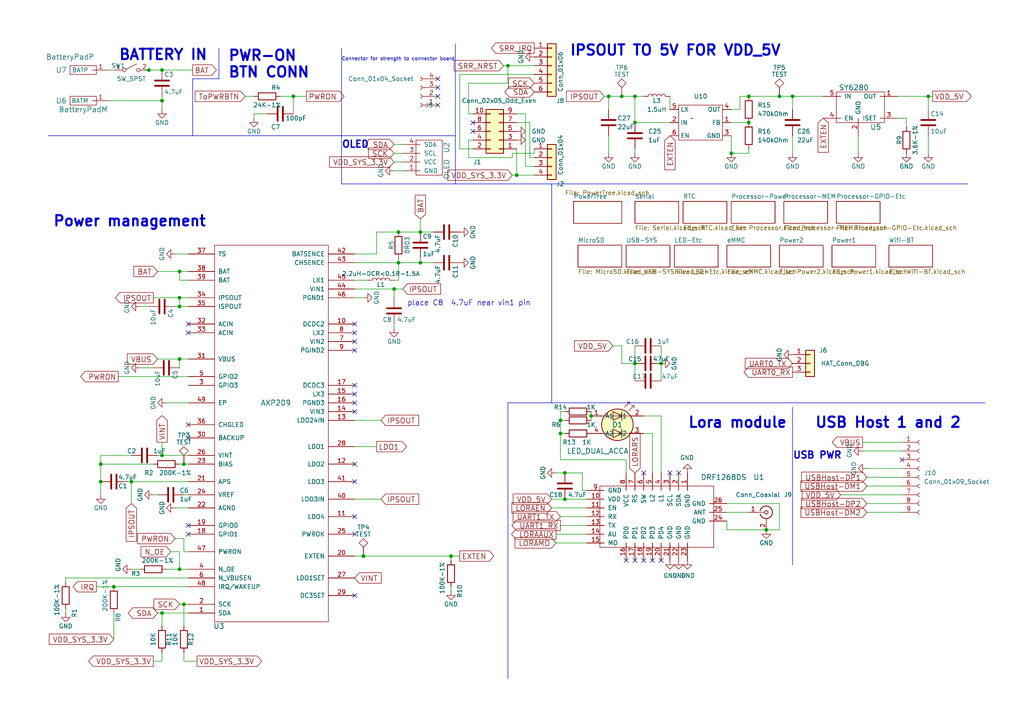
<source format=kicad_sch>
(kicad_sch (version 20230121) (generator eeschema)
  (paper "A4")
  (title_block (title "WiRoc NanoPI Hat") (date "2018-03-31") (rev "1") (company "Henrik Larsson"))
  (junction (at 163.83 137.16))
  (junction (at 85.09 27.94))
  (junction (at 162.56 121.92))
  (junction (at 52.07 86.36))
  (junction (at 46.99 177.8))
  (junction (at 226.06 27.94))
  (junction (at 52.07 78.74))
  (junction (at 222.25 153.67))
  (junction (at 29.21 134.62))
  (junction (at 33.02 170.18))
  (junction (at 52.07 104.14))
  (junction (at 269.24 27.94))
  (junction (at 105.41 161.29))
  (junction (at 38.1 139.7))
  (junction (at 115.57 67.31))
  (junction (at 46.99 29.21))
  (junction (at 180.34 27.94))
  (junction (at 176.53 27.94))
  (junction (at 121.92 67.31))
  (junction (at 53.34 175.26))
  (junction (at 217.17 35.56))
  (junction (at 46.99 20.32))
  (junction (at 184.15 27.94))
  (junction (at 191.77 105.41))
  (junction (at 184.15 35.56))
  (junction (at 149.86 50.8))
  (junction (at 162.56 125.73))
  (junction (at 121.92 76.2))
  (junction (at 217.17 27.94))
  (junction (at 46.99 132.08))
  (junction (at 29.21 139.7))
  (junction (at 163.83 144.78))
  (junction (at 212.09 44.45))
  (junction (at 52.07 88.9))
  (junction (at 229.87 27.94))
  (junction (at 43.18 20.32))
  (junction (at 171.45 120.65))
  (junction (at 52.07 165.1))
  (junction (at 114.3 83.82))
  (junction (at 130.81 161.29))
  (junction (at 115.57 76.2))
  (junction (at 147.32 19.05))
  (junction (at 53.34 134.62))
  (junction (at 184.15 105.41))
  (no_connect (at 102.87 116.84))
  (no_connect (at 102.87 119.38))
  (no_connect (at 54.61 154.94))
  (no_connect (at 102.87 114.3))
  (no_connect (at 186.69 162.56))
  (no_connect (at 102.87 172.72))
  (no_connect (at 127 25.4))
  (no_connect (at 54.61 127))
  (no_connect (at 191.77 162.56))
  (no_connect (at 181.61 162.56))
  (no_connect (at 102.87 134.62))
  (no_connect (at 54.61 123.19))
  (no_connect (at 54.61 96.52))
  (no_connect (at 127 30.48))
  (no_connect (at 54.61 152.4))
  (no_connect (at 261.62 133.35))
  (no_connect (at 102.87 93.98))
  (no_connect (at 102.87 111.76))
  (no_connect (at 196.85 137.16))
  (no_connect (at 54.61 93.98))
  (no_connect (at 102.87 149.86))
  (no_connect (at 102.87 101.6))
  (no_connect (at 102.87 96.52))
  (no_connect (at 127 27.94))
  (no_connect (at 102.87 99.06))
  (no_connect (at 186.69 137.16))
  (no_connect (at 184.15 162.56))
  (no_connect (at 189.23 162.56))
  (no_connect (at 137.16 35.56))
  (no_connect (at 127 22.86))
  (no_connect (at 102.87 154.94))
  (no_connect (at 102.87 139.7))
  (no_connect (at 137.16 38.1))
  (no_connect (at 194.31 137.16))
  (wire (pts (xy 168.91 137.16) (xy 163.83 137.16)))
  (polyline (pts (xy 55.88 39.37) (xy 55.88 22.86)))
  (wire (pts (xy 29.21 139.7) (xy 29.21 143.51)))
  (wire (pts (xy 149.86 43.18) (xy 149.86 50.8)))
  (wire (pts (xy 52.07 175.26) (xy 53.34 175.26)))
  (wire (pts (xy 115.57 67.31) (xy 121.92 67.31)))
  (wire (pts (xy 191.77 120.65) (xy 186.69 120.65)))
  (wire (pts (xy 36.83 139.7) (xy 38.1 139.7)))
  (wire (pts (xy 115.57 76.2) (xy 115.57 81.28)))
  (wire (pts (xy 53.34 191.77) (xy 57.15 191.77)))
  (wire (pts (xy 184.15 27.94) (xy 186.69 27.94)))
  (polyline (pts (xy 147.32 196.85) (xy 147.32 116.84)))
  (wire (pts (xy 210.82 153.67) (xy 210.82 151.13)))
  (wire (pts (xy 250.19 130.81) (xy 261.62 130.81)))
  (wire (pts (xy 54.61 81.28) (xy 52.07 81.28)))
  (wire (pts (xy 269.24 31.75) (xy 269.24 27.94)))
  (wire (pts (xy 250.19 128.27) (xy 261.62 128.27)))
  (wire (pts (xy 46.99 181.61) (xy 46.99 177.8)))
  (wire (pts (xy 217.17 44.45) (xy 212.09 44.45)))
  (wire (pts (xy 194.31 35.56) (xy 184.15 35.56)))
  (wire (pts (xy 214.63 31.75) (xy 212.09 31.75)))
  (wire (pts (xy 41.91 20.32) (xy 43.18 20.32)))
  (wire (pts (xy 121.92 76.2) (xy 121.92 74.93)))
  (wire (pts (xy 50.8 147.32) (xy 54.61 147.32)))
  (wire (pts (xy 121.92 76.2) (xy 125.73 76.2)))
  (wire (pts (xy 148.59 44.45) (xy 154.94 44.45)))
  (wire (pts (xy 184.15 110.49) (xy 184.15 105.41)))
  (wire (pts (xy 212.09 35.56) (xy 217.17 35.56)))
  (wire (pts (xy 171.45 119.38) (xy 171.45 120.65)))
  (wire (pts (xy 46.99 27.94) (xy 46.99 29.21)))
  (wire (pts (xy 27.94 170.18) (xy 33.02 170.18)))
  (wire (pts (xy 162.56 149.86) (xy 170.18 149.86)))
  (wire (pts (xy 130.81 161.29) (xy 133.35 161.29)))
  (wire (pts (xy 137.16 33.02) (xy 135.89 33.02)))
  (polyline (pts (xy 147.32 116.84) (xy 285.75 116.84)))
  (wire (pts (xy 38.1 132.08) (xy 29.21 132.08)))
  (wire (pts (xy 177.8 100.33) (xy 180.34 100.33)))
  (wire (pts (xy 53.34 156.21) (xy 53.34 160.02)))
  (wire (pts (xy 54.61 143.51) (xy 53.34 143.51)))
  (wire (pts (xy 114.3 46.99) (xy 116.84 46.99)))
  (wire (pts (xy 105.41 86.36) (xy 102.87 86.36)))
  (wire (pts (xy 251.46 148.59) (xy 261.62 148.59)))
  (wire (pts (xy 176.53 39.37) (xy 176.53 44.45)))
  (wire (pts (xy 261.62 143.51) (xy 243.84 143.51)))
  (wire (pts (xy 45.72 132.08) (xy 46.99 132.08)))
  (polyline (pts (xy 63.5 22.86) (xy 63.5 13.97)))
  (wire (pts (xy 53.34 156.21) (xy 50.8 156.21)))
  (wire (pts (xy 248.92 39.37) (xy 248.92 44.45)))
  (wire (pts (xy 170.18 157.48) (xy 161.29 157.48)))
  (polyline (pts (xy 160.02 53.34) (xy 160.02 116.84)))
  (wire (pts (xy 130.81 170.18) (xy 130.81 171.45)))
  (wire (pts (xy 33.02 177.8) (xy 33.02 185.42)))
  (wire (pts (xy 162.56 125.73) (xy 162.56 133.35)))
  (wire (pts (xy 33.02 170.18) (xy 54.61 170.18)))
  (wire (pts (xy 114.3 41.91) (xy 116.84 41.91)))
  (polyline (pts (xy 160.02 53.34) (xy 280.67 53.34)))
  (wire (pts (xy 38.1 146.05) (xy 38.1 139.7)))
  (polyline (pts (xy 229.87 118.11) (xy 229.87 163.83)))
  (wire (pts (xy 52.07 81.28) (xy 52.07 78.74)))
  (wire (pts (xy 163.83 125.73) (xy 162.56 125.73)))
  (wire (pts (xy 170.18 142.24) (xy 168.91 142.24)))
  (wire (pts (xy 46.99 128.27) (xy 46.99 132.08)))
  (wire (pts (xy 54.61 165.1) (xy 52.07 165.1)))
  (wire (pts (xy 115.57 81.28) (xy 114.3 81.28)))
  (wire (pts (xy 212.09 39.37) (xy 212.09 44.45)))
  (wire (pts (xy 189.23 137.16) (xy 189.23 125.73)))
  (wire (pts (xy 46.99 132.08) (xy 54.61 132.08)))
  (wire (pts (xy 102.87 129.54) (xy 109.22 129.54)))
  (wire (pts (xy 73.66 33.02) (xy 73.66 34.29)))
  (wire (pts (xy 191.77 100.33) (xy 191.77 105.41)))
  (wire (pts (xy 130.81 162.56) (xy 130.81 161.29)))
  (wire (pts (xy 226.06 27.94) (xy 229.87 27.94)))
  (wire (pts (xy 191.77 137.16) (xy 191.77 120.65)))
  (wire (pts (xy 181.61 133.35) (xy 181.61 137.16)))
  (wire (pts (xy 191.77 110.49) (xy 191.77 105.41)))
  (polyline (pts (xy 13.97 39.37) (xy 132.08 39.37)))
  (polyline (pts (xy 99.06 13.97) (xy 99.06 53.34)))
  (wire (pts (xy 49.53 160.02) (xy 52.07 160.02)))
  (wire (pts (xy 121.92 67.31) (xy 125.73 67.31)))
  (wire (pts (xy 269.24 27.94) (xy 270.51 27.94)))
  (wire (pts (xy 38.1 165.1) (xy 40.64 165.1)))
  (wire (pts (xy 102.87 161.29) (xy 105.41 161.29)))
  (wire (pts (xy 109.22 67.31) (xy 115.57 67.31)))
  (wire (pts (xy 222.25 153.67) (xy 226.06 153.67)))
  (wire (pts (xy 44.45 143.51) (xy 45.72 143.51)))
  (wire (pts (xy 180.34 27.94) (xy 176.53 27.94)))
  (wire (pts (xy 52.07 104.14) (xy 54.61 104.14)))
  (wire (pts (xy 53.34 189.23) (xy 53.34 191.77)))
  (wire (pts (xy 160.02 144.78) (xy 163.83 144.78)))
  (wire (pts (xy 46.99 29.21) (xy 46.99 31.75)))
  (wire (pts (xy 46.99 177.8) (xy 45.72 177.8)))
  (wire (pts (xy 52.07 78.74) (xy 54.61 78.74)))
  (polyline (pts (xy 99.06 53.34) (xy 160.02 53.34)))
  (wire (pts (xy 19.05 168.91) (xy 19.05 167.64)))
  (wire (pts (xy 40.64 88.9) (xy 43.18 88.9)))
  (wire (pts (xy 148.59 50.8) (xy 149.86 50.8)))
  (wire (pts (xy 73.66 33.02) (xy 77.47 33.02)))
  (wire (pts (xy 153.67 35.56) (xy 153.67 45.72)))
  (wire (pts (xy 226.06 146.05) (xy 226.06 153.67)))
  (wire (pts (xy 102.87 73.66) (xy 109.22 73.66)))
  (wire (pts (xy 135.89 24.13) (xy 147.32 24.13)))
  (wire (pts (xy 38.1 139.7) (xy 54.61 139.7)))
  (wire (pts (xy 194.31 31.75) (xy 194.31 27.94)))
  (wire (pts (xy 184.15 43.18) (xy 184.15 44.45)))
  (wire (pts (xy 133.35 21.59) (xy 154.94 21.59)))
  (wire (pts (xy 102.87 76.2) (xy 115.57 76.2)))
  (wire (pts (xy 163.83 144.78) (xy 170.18 144.78)))
  (wire (pts (xy 148.59 44.45) (xy 148.59 45.72)))
  (wire (pts (xy 214.63 27.94) (xy 217.17 27.94)))
  (wire (pts (xy 52.07 86.36) (xy 54.61 86.36)))
  (wire (pts (xy 162.56 133.35) (xy 181.61 133.35)))
  (wire (pts (xy 210.82 153.67) (xy 222.25 153.67)))
  (wire (pts (xy 135.89 40.64) (xy 135.89 45.72)))
  (wire (pts (xy 180.34 100.33) (xy 180.34 105.41)))
  (wire (pts (xy 31.75 29.21) (xy 46.99 29.21)))
  (wire (pts (xy 114.3 44.45) (xy 116.84 44.45)))
  (wire (pts (xy 31.75 20.32) (xy 33.02 20.32)))
  (wire (pts (xy 45.72 78.74) (xy 52.07 78.74)))
  (wire (pts (xy 44.45 134.62) (xy 29.21 134.62)))
  (wire (pts (xy 262.89 34.29) (xy 260.35 34.29)))
  (wire (pts (xy 269.24 44.45) (xy 269.24 39.37)))
  (polyline (pts (xy 132.08 12.7) (xy 132.08 53.34)))
  (wire (pts (xy 52.07 88.9) (xy 52.07 86.36)))
  (wire (pts (xy 53.34 175.26) (xy 53.34 181.61)))
  (wire (pts (xy 133.35 43.18) (xy 133.35 21.59)))
  (wire (pts (xy 184.15 27.94) (xy 184.15 35.56)))
  (wire (pts (xy 71.12 27.94) (xy 73.66 27.94)))
  (wire (pts (xy 210.82 146.05) (xy 226.06 146.05)))
  (wire (pts (xy 184.15 100.33) (xy 184.15 105.41)))
  (wire (pts (xy 260.35 27.94) (xy 269.24 27.94)))
  (wire (pts (xy 102.87 121.92) (xy 110.49 121.92)))
  (wire (pts (xy 217.17 43.18) (xy 217.17 44.45)))
  (wire (pts (xy 147.32 19.05) (xy 147.32 24.13)))
  (wire (pts (xy 149.86 33.02) (xy 152.4 33.02)))
  (wire (pts (xy 19.05 167.64) (xy 54.61 167.64)))
  (wire (pts (xy 162.56 152.4) (xy 170.18 152.4)))
  (wire (pts (xy 34.29 109.22) (xy 54.61 109.22)))
  (wire (pts (xy 163.83 121.92) (xy 162.56 121.92)))
  (wire (pts (xy 46.99 191.77) (xy 44.45 191.77)))
  (wire (pts (xy 154.94 45.72) (xy 153.67 45.72)))
  (wire (pts (xy 137.16 43.18) (xy 133.35 43.18)))
  (wire (pts (xy 210.82 148.59) (xy 217.17 148.59)))
  (wire (pts (xy 29.21 132.08) (xy 29.21 134.62)))
  (wire (pts (xy 162.56 119.38) (xy 162.56 121.92)))
  (wire (pts (xy 149.86 50.8) (xy 154.94 50.8)))
  (wire (pts (xy 146.05 19.05) (xy 147.32 19.05)))
  (wire (pts (xy 184.15 27.94) (xy 180.34 27.94)))
  (wire (pts (xy 102.87 81.28) (xy 106.68 81.28)))
  (wire (pts (xy 114.3 86.36) (xy 114.3 83.82)))
  (wire (pts (xy 114.3 83.82) (xy 116.84 83.82)))
  (wire (pts (xy 251.46 135.89) (xy 261.62 135.89)))
  (wire (pts (xy 85.09 33.02) (xy 85.09 27.94)))
  (wire (pts (xy 261.62 138.43) (xy 251.46 138.43)))
  (wire (pts (xy 45.72 104.14) (xy 52.07 104.14)))
  (wire (pts (xy 149.86 35.56) (xy 153.67 35.56)))
  (wire (pts (xy 102.87 83.82) (xy 114.3 83.82)))
  (wire (pts (xy 229.87 27.94) (xy 238.76 27.94)))
  (wire (pts (xy 226.06 27.94) (xy 217.17 27.94)))
  (wire (pts (xy 50.8 88.9) (xy 52.07 88.9)))
  (wire (pts (xy 161.29 137.16) (xy 163.83 137.16)))
  (wire (pts (xy 40.64 106.68) (xy 44.45 106.68)))
  (wire (pts (xy 229.87 31.75) (xy 229.87 27.94)))
  (wire (pts (xy 54.61 116.84) (xy 48.26 116.84)))
  (wire (pts (xy 53.34 175.26) (xy 54.61 175.26)))
  (wire (pts (xy 114.3 49.53) (xy 116.84 49.53)))
  (wire (pts (xy 53.34 134.62) (xy 54.61 134.62)))
  (wire (pts (xy 171.45 121.92) (xy 171.45 120.65)))
  (wire (pts (xy 170.18 154.94) (xy 161.29 154.94)))
  (wire (pts (xy 115.57 76.2) (xy 121.92 76.2)))
  (wire (pts (xy 102.87 144.78) (xy 110.49 144.78)))
  (wire (pts (xy 115.57 74.93) (xy 115.57 76.2)))
  (wire (pts (xy 85.09 27.94) (xy 88.9 27.94)))
  (wire (pts (xy 52.07 134.62) (xy 53.34 134.62)))
  (wire (pts (xy 163.83 119.38) (xy 162.56 119.38)))
  (wire (pts (xy 46.99 189.23) (xy 46.99 191.77)))
  (wire (pts (xy 176.53 27.94) (xy 176.53 31.75)))
  (wire (pts (xy 52.07 88.9) (xy 54.61 88.9)))
  (wire (pts (xy 44.45 86.36) (xy 52.07 86.36)))
  (wire (pts (xy 262.89 36.83) (xy 262.89 34.29)))
  (wire (pts (xy 152.4 48.26) (xy 154.94 48.26)))
  (wire (pts (xy 135.89 45.72) (xy 148.59 45.72)))
  (wire (pts (xy 180.34 105.41) (xy 184.15 105.41)))
  (wire (pts (xy 135.89 33.02) (xy 135.89 24.13)))
  (wire (pts (xy 137.16 40.64) (xy 135.89 40.64)))
  (wire (pts (xy 261.62 146.05) (xy 251.46 146.05)))
  (wire (pts (xy 121.92 67.31) (xy 121.92 63.5)))
  (wire (pts (xy 168.91 142.24) (xy 168.91 137.16)))
  (polyline (pts (xy 55.88 22.86) (xy 63.5 22.86)))
  (wire (pts (xy 147.32 19.05) (xy 154.94 19.05)))
  (wire (pts (xy 189.23 125.73) (xy 186.69 125.73)))
  (wire (pts (xy 162.56 121.92) (xy 162.56 125.73)))
  (wire (pts (xy 43.18 20.32) (xy 46.99 20.32)))
  (wire (pts (xy 229.87 39.37) (xy 229.87 44.45)))
  (wire (pts (xy 160.02 147.32) (xy 170.18 147.32)))
  (wire (pts (xy 52.07 106.68) (xy 52.07 104.14)))
  (wire (pts (xy 251.46 140.97) (xy 261.62 140.97)))
  (wire (pts (xy 81.28 27.94) (xy 85.09 27.94)))
  (wire (pts (xy 54.61 73.66) (xy 50.8 73.66)))
  (wire (pts (xy 105.41 161.29) (xy 130.81 161.29)))
  (wire (pts (xy 52.07 165.1) (xy 48.26 165.1)))
  (wire (pts (xy 46.99 20.32) (xy 55.88 20.32)))
  (wire (pts (xy 175.26 27.94) (xy 176.53 27.94)))
  (wire (pts (xy 29.21 134.62) (xy 29.21 139.7)))
  (wire (pts (xy 52.07 160.02) (xy 52.07 165.1)))
  (wire (pts (xy 154.94 43.18) (xy 154.94 44.45)))
  (wire (pts (xy 53.34 160.02) (xy 54.61 160.02)))
  (wire (pts (xy 19.05 177.8) (xy 19.05 176.53)))
  (wire (pts (xy 114.3 95.25) (xy 114.3 93.98)))
  (wire (pts (xy 152.4 33.02) (xy 152.4 48.26)))
  (wire (pts (xy 109.22 73.66) (xy 109.22 67.31)))
  (wire (pts (xy 214.63 31.75) (xy 214.63 27.94)))
  (wire (pts (xy 54.61 177.8) (xy 46.99 177.8)))
  (text "place C8  4.7uF near vin1 pin" (at 118.11 88.9 0) (effects (font (size 1.524 1.524)) (justify left bottom)))
  (text "USB PWR" (at 229.87 133.35 0) (effects (font (size 2.0066 2.0066) (thickness 0.4013) bold) (justify left bottom)))
  (text "Lora module" (at 199.39 124.46 0) (effects (font (size 2.9972 2.9972) (thickness 0.5994) bold) (justify left bottom)))
  (text "IPSOUT TO 5V FOR VDD_5V" (at 165.1 16.51 0) (effects (font (size 2.9972 2.9972) (thickness 0.5994) bold) (justify left bottom)))
  (text "PWR-ON\nBTN CONN" (at 66.04 22.86 0) (effects (font (size 2.9972 2.9972) (thickness 0.5994) bold) (justify left bottom)))
  (text "Power management" (at 15.24 66.04 0) (effects (font (size 2.9972 2.9972) (thickness 0.5994) bold) (justify left bottom)))
  (text "OLED" (at 99.06 43.18 0) (effects (font (size 2.0066 2.0066) (thickness 0.4013) bold) (justify left bottom)))
  (text "Connector for strength to connector board\n" (at 99.06 17.78 0) (effects (font (size 1 1)) (justify left bottom)))
  (text "USB Host 1 and 2" (at 236.22 124.46 0) (effects (font (size 2.9972 2.9972) (thickness 0.5994) bold) (justify left bottom)))
  (text "BATTERY IN" (at 34.29 17.78 0) (effects (font (size 2.9972 2.9972) (thickness 0.5994) bold) (justify left bottom)))
  (global_label "IPSOUT" (shape input) (at 116.84 83.82 0) (effects (font (size 1.524 1.524))) (property "Intersheetrefs" "${INTERSHEET_REFS}" (effects hide)))
  (global_label "VDD_5V" (shape input) (at 160.02 144.78 180) (effects (font (size 1.524 1.524))) (property "Intersheetrefs" "${INTERSHEET_REFS}" (effects hide)))
  (global_label "SRR_NRST" (shape input) (at 146.05 19.05 180) (effects (font (size 1.524 1.524))) (property "Intersheetrefs" "${INTERSHEET_REFS}" (effects hide)))
  (global_label "VINT" (shape output) (at 46.99 128.27 90) (effects (font (size 1.524 1.524))) (property "Intersheetrefs" "${INTERSHEET_REFS}" (effects hide)))
  (global_label "PWRON" (shape input) (at 50.8 156.21 180) (effects (font (size 1.524 1.524))) (property "Intersheetrefs" "${INTERSHEET_REFS}" (effects hide)))
  (global_label "LORARS" (shape input) (at 184.15 137.16 90) (effects (font (size 1.524 1.524))) (property "Intersheetrefs" "${INTERSHEET_REFS}" (effects hide)))
  (global_label "USBHost-DP2" (shape input) (at 251.46 146.05 180) (effects (font (size 1.524 1.524))) (property "Intersheetrefs" "${INTERSHEET_REFS}" (effects hide)))
  (global_label "IPSOUT" (shape input) (at 38.1 146.05 270) (effects (font (size 1.524 1.524))) (property "Intersheetrefs" "${INTERSHEET_REFS}" (effects hide)))
  (global_label "VDD_5V" (shape input) (at 243.84 143.51 180) (effects (font (size 1.524 1.524))) (property "Intersheetrefs" "${INTERSHEET_REFS}" (effects hide)))
  (global_label "LORAEN" (shape input) (at 160.02 147.32 180) (effects (font (size 1.524 1.524))) (property "Intersheetrefs" "${INTERSHEET_REFS}" (effects hide)))
  (global_label "SCK" (shape input) (at 52.07 175.26 180) (effects (font (size 1.524 1.524))) (property "Intersheetrefs" "${INTERSHEET_REFS}" (effects hide)))
  (global_label "IPSOUT" (shape input) (at 175.26 27.94 180) (effects (font (size 1.524 1.524))) (property "Intersheetrefs" "${INTERSHEET_REFS}" (effects hide)))
  (global_label "LDO1" (shape output) (at 109.22 129.54 0) (effects (font (size 1.524 1.524))) (property "Intersheetrefs" "${INTERSHEET_REFS}" (effects hide)))
  (global_label "LORAMO" (shape input) (at 161.29 157.48 180) (effects (font (size 1.524 1.524))) (property "Intersheetrefs" "${INTERSHEET_REFS}" (effects hide)))
  (global_label "VDD_5V" (shape output) (at 270.51 27.94 0) (effects (font (size 1.524 1.524))) (property "Intersheetrefs" "${INTERSHEET_REFS}" (effects hide)))
  (global_label "N_OE" (shape input) (at 49.53 160.02 180) (effects (font (size 1.524 1.524))) (property "Intersheetrefs" "${INTERSHEET_REFS}" (effects hide)))
  (global_label "SDA" (shape bidirectional) (at 114.3 41.91 180) (effects (font (size 1.524 1.524))) (property "Intersheetrefs" "${INTERSHEET_REFS}" (effects hide)))
  (global_label "VDD_SYS_3.3V" (shape input) (at 148.59 50.8 180) (effects (font (size 1.524 1.524))) (property "Intersheetrefs" "${INTERSHEET_REFS}" (effects hide)))
  (global_label "VDD_SYS_3.3V" (shape output) (at 44.45 191.77 180) (effects (font (size 1.524 1.524))) (property "Intersheetrefs" "${INTERSHEET_REFS}" (effects hide)))
  (global_label "IRQ" (shape output) (at 27.94 170.18 180) (effects (font (size 1.524 1.524))) (property "Intersheetrefs" "${INTERSHEET_REFS}" (effects hide)))
  (global_label "BAT" (shape input) (at 121.92 63.5 90) (effects (font (size 1.524 1.524))) (property "Intersheetrefs" "${INTERSHEET_REFS}" (effects hide)))
  (global_label "VDD_SYS_3.3V" (shape input) (at 33.02 185.42 180) (effects (font (size 1.524 1.524))) (property "Intersheetrefs" "${INTERSHEET_REFS}" (effects hide)))
  (global_label "IPSOUT" (shape input) (at 110.49 121.92 0) (effects (font (size 1.524 1.524))) (property "Intersheetrefs" "${INTERSHEET_REFS}" (effects hide)))
  (global_label "VDD_SYS_3.3V" (shape output) (at 57.15 191.77 0) (effects (font (size 1.524 1.524))) (property "Intersheetrefs" "${INTERSHEET_REFS}" (effects hide)))
  (global_label "USBHost-DP1" (shape input) (at 251.46 138.43 180) (effects (font (size 1.524 1.524))) (property "Intersheetrefs" "${INTERSHEET_REFS}" (effects hide)))
  (global_label "USBHost-DM2" (shape input) (at 251.46 148.59 180) (effects (font (size 1.524 1.524))) (property "Intersheetrefs" "${INTERSHEET_REFS}" (effects hide)))
  (global_label "VDD_SYS_3.3V" (shape input) (at 114.3 46.99 180) (effects (font (size 1.524 1.524))) (property "Intersheetrefs" "${INTERSHEET_REFS}" (effects hide)))
  (global_label "UART0_TX" (shape input) (at 229.87 105.41 180) (effects (font (size 1.524 1.524))) (property "Intersheetrefs" "${INTERSHEET_REFS}" (effects hide)))
  (global_label "BAT" (shape output) (at 55.88 20.32 0) (effects (font (size 1.524 1.524))) (property "Intersheetrefs" "${INTERSHEET_REFS}" (effects hide)))
  (global_label "PWRON" (shape output) (at 34.29 109.22 180) (effects (font (size 1.524 1.524))) (property "Intersheetrefs" "${INTERSHEET_REFS}" (effects hide)))
  (global_label "EXTEN" (shape input) (at 194.31 39.37 270) (effects (font (size 1.524 1.524))) (property "Intersheetrefs" "${INTERSHEET_REFS}" (effects hide)))
  (global_label "VBUS" (shape output) (at 250.19 128.27 180) (effects (font (size 1.524 1.524))) (property "Intersheetrefs" "${INTERSHEET_REFS}" (effects hide)))
  (global_label "UART0_RX" (shape output) (at 229.87 107.95 180) (effects (font (size 1.524 1.524))) (property "Intersheetrefs" "${INTERSHEET_REFS}" (effects hide)))
  (global_label "IPSOUT" (shape output) (at 44.45 86.36 180) (effects (font (size 1.524 1.524))) (property "Intersheetrefs" "${INTERSHEET_REFS}" (effects hide)))
  (global_label "SCK" (shape input) (at 114.3 44.45 180) (effects (font (size 1.524 1.524))) (property "Intersheetrefs" "${INTERSHEET_REFS}" (effects hide)))
  (global_label "PWRON" (shape output) (at 88.9 27.94 0) (effects (font (size 1.524 1.524))) (property "Intersheetrefs" "${INTERSHEET_REFS}" (effects hide)))
  (global_label "UART1_RX" (shape output) (at 162.56 152.4 180) (effects (font (size 1.524 1.524))) (property "Intersheetrefs" "${INTERSHEET_REFS}" (effects hide)))
  (global_label "UART1_TX" (shape input) (at 162.56 149.86 180) (effects (font (size 1.524 1.524))) (property "Intersheetrefs" "${INTERSHEET_REFS}" (effects hide)))
  (global_label "VDD_5V" (shape input) (at 177.8 100.33 180) (effects (font (size 1.524 1.524))) (property "Intersheetrefs" "${INTERSHEET_REFS}" (effects hide)))
  (global_label "VINT" (shape input) (at 102.87 167.64 0) (effects (font (size 1.524 1.524))) (property "Intersheetrefs" "${INTERSHEET_REFS}" (effects hide)))
  (global_label "ToPWRBTN" (shape input) (at 71.12 27.94 180) (effects (font (size 1.524 1.524))) (property "Intersheetrefs" "${INTERSHEET_REFS}" (effects hide)))
  (global_label "LORAAUX" (shape output) (at 161.29 154.94 180) (effects (font (size 1.524 1.524))) (property "Intersheetrefs" "${INTERSHEET_REFS}" (effects hide)))
  (global_label "SDA" (shape bidirectional) (at 45.72 177.8 180) (effects (font (size 1.524 1.524))) (property "Intersheetrefs" "${INTERSHEET_REFS}" (effects hide)))
  (global_label "EXTEN" (shape output) (at 133.35 161.29 0) (effects (font (size 1.524 1.524))) (property "Intersheetrefs" "${INTERSHEET_REFS}" (effects hide)))
  (global_label "SRR_IRQ" (shape output) (at 154.94 13.97 180) (effects (font (size 1.524 1.524))) (property "Intersheetrefs" "${INTERSHEET_REFS}" (effects hide)))
  (global_label "VBUS" (shape input) (at 45.72 104.14 180) (effects (font (size 1.524 1.524))) (property "Intersheetrefs" "${INTERSHEET_REFS}" (effects hide)))
  (global_label "SCK" (shape input) (at 154.94 24.13 180) (effects (font (size 1.524 1.524))) (property "Intersheetrefs" "${INTERSHEET_REFS}" (effects hide)))
  (global_label "IPSOUT" (shape input) (at 110.49 144.78 0) (effects (font (size 1.524 1.524))) (property "Intersheetrefs" "${INTERSHEET_REFS}" (effects hide)))
  (global_label "BAT" (shape input) (at 45.72 78.74 180) (effects (font (size 1.524 1.524))) (property "Intersheetrefs" "${INTERSHEET_REFS}" (effects hide)))
  (global_label "USBHost-DM1" (shape input) (at 251.46 140.97 180) (effects (font (size 1.524 1.524))) (property "Intersheetrefs" "${INTERSHEET_REFS}" (effects hide)))
  (global_label "EXTEN" (shape input) (at 238.76 34.29 270) (effects (font (size 1.524 1.524))) (property "Intersheetrefs" "${INTERSHEET_REFS}" (effects hide)))
  (global_label "SDA" (shape bidirectional) (at 154.94 26.67 180) (effects (font (size 1.524 1.524))) (property "Intersheetrefs" "${INTERSHEET_REFS}" (effects hide)))
  (symbol (lib_id "WiRoc:axp209") (at 80.01 121.92 0) (unit 1)
    (property "Reference" "U3" (at 63.5 181.61 0) (effects (font (size 1.524 1.524))))
    (property "Value" "AXP209" (at 80.01 116.84 0) (effects (font (size 1.524 1.524))))
    (property "Footprint" "WiRoc:qfn48_6x6mm_Pitch0.4mm" (effects hide))
    (property "Datasheet" "http://dl.linux-sunxi.org/AXP/AXP209_Datasheet_v1.0en.pdf" (effects hide))
    (property "Package" "6mm x 6mm 48-pin QFN" (effects hide))
    (property "ManufacturerPartNumber" "AXP209" (effects hide))
    (property "Description" "Enhanced single Cell Li-Battery and Power System Management IC" (effects hide))
    (property "Manufacturer" "X-Powers Limited" (effects hide))
    (property "Original" "Yes" (effects hide))
    (property "IncludeInBOM" "TRUE" (effects hide))
    (property "WebsiteURL" "https://lcsc.com/product-detail/PMIC-AC-DC-Converters_AXP209_C80525.html" (effects hide))
    (property "ThroughHole" "FALSE" (effects hide))
    (property "LCSC Part #" "C2997895" (effects hide))
  )
  (symbol (lib_id "WiRoc:SY6280") (at 248.92 30.48 0) (unit 1)
    (property "Reference" "U5" (at 254 36.83 0) (effects (font (size 1.524 1.524))))
    (property "Value" "SY6280" (at 247.65 25.4 0) (effects (font (size 1.524 1.524))))
    (property "Footprint" "Package_TO_SOT_SMD:SOT-23-5" (effects hide))
    (property "Datasheet" "https://datasheet.lcsc.com/szlcsc/1810121532_Silergy-Corp-SY6280AAC_C55136.pdf" (effects hide))
    (property "Package" "SOT23-5" (effects hide))
    (property "ManufacturerPartNumber" "SY6280AAC" (effects hide))
    (property "Manufacturer" "Silergy Corp" (effects hide))
    (property "Original" "Yes" (effects hide))
    (property "Description" "Power Distribution Switch, 1In/1Out, Act-High Enable, 1A, Vin 2.4÷5.5V, 80mΩ" (effects hide))
    (property "IncludeInBOM" "TRUE" (effects hide))
    (property "WebsiteURL" "https://lcsc.com/product-detail/PMIC-Power-Distribution-Switches_Silergy_SY6280AAC_SY6280AAC_C55136.html" (effects hide))
    (property "ThroughHole" "FALSE" (effects hide))
    (property "LCSC Part #" "C55136" (effects hide))
    (property "JLCPCB Rotation Offset" "-90" (effects hide))
  )
  (symbol (lib_id "Device:C") (at 269.24 35.56 0) (unit 1)
    (property "Reference" "C14" (at 269.875 33.02 0) (effects (justify left)))
    (property "Value" "10uF" (at 269.875 38.1 0) (effects (justify left)))
    (property "Footprint" "Capacitor_SMD:C_0402_1005Metric" (effects hide))
    (property "Package" "0603" (effects hide))
    (property "ManufacturerPartNumber" "CL10A106KP8NNNC" (effects hide))
    (property "IncludeInBOM" "TRUE" (effects hide))
    (property "Original" "No" (effects hide))
    (property "Manufacturer" "Samsung Electro-Mechanics" (effects hide))
    (property "WebsiteURL" "https://lcsc.com/product-detail/Multilayer-Ceramic-Capacitors-MLCC-SMD-SMT_SAMSUNG_CL10A106KP8NNNC_10uF-106-10-10V_C19702.html" (effects hide))
    (property "ThroughHole" "FALSE" (effects hide))
    (property "LCSC Part #" "C19702" (effects hide))
  )
  (symbol (lib_id "power:GND") (at 269.24 44.45 0) (unit 1)
    (property "Reference" "#PWR04" (effects hide))
    (property "Value" "GND" (at 269.24 48.26 0))
  )
  (symbol (lib_id "Device:R") (at 262.89 40.64 180) (unit 1)
    (property "Reference" "R9" (at 260.858 40.64 90))
    (property "Value" "3.6K-1%" (at 265.43 40.64 90))
    (property "Footprint" "Resistor_SMD:R_0402_1005Metric" (effects hide))
    (property "Package" "0603" (effects hide))
    (property "ManufacturerPartNumber" "0603WAF3601T5E" (effects hide))
    (property "Original" "No" (effects hide))
    (property "Manufacturer" "Uniroyal Elec" (effects hide))
    (property "WebsiteURL" "https://lcsc.com/product-detail/Chip-Resistor-Surface-Mount_3-6KR-3601-1_C100993.html" (effects hide))
    (property "IncludeInBOM" "TRUE" (effects hide))
    (property "ThroughHole" "FALSE" (effects hide))
    (property "LCSC Part #" "C22980" (effects hide))
  )
  (symbol (lib_id "power:GND") (at 248.92 44.45 0) (unit 1)
    (property "Reference" "#PWR05" (effects hide))
    (property "Value" "GND" (at 248.92 48.26 0))
  )
  (symbol (lib_id "power:GND") (at 262.89 44.45 0) (unit 1)
    (property "Reference" "#PWR06" (effects hide))
    (property "Value" "GND" (at 262.89 48.26 0))
  )
  (symbol (lib_id "power:GND") (at 50.8 73.66 270) (unit 1)
    (property "Reference" "#PWR07" (effects hide))
    (property "Value" "GND" (at 46.99 73.66 0))
  )
  (symbol (lib_id "Device:C") (at 46.99 24.13 0) (unit 1)
    (property "Reference" "C3" (at 47.625 21.59 0) (effects (justify left)))
    (property "Value" "4.7uF" (at 47.625 26.67 0) (effects (justify left)))
    (property "Footprint" "Capacitor_SMD:C_0402_1005Metric" (effects hide))
    (property "Package" "0603" (effects hide))
    (property "ManufacturerPartNumber" "CL10A475KO8NNNC" (effects hide))
    (property "IncludeInBOM" "TRUE" (effects hide))
    (property "Original" "No" (effects hide))
    (property "Manufacturer" "Samsung Electro-Mechanics" (effects hide))
    (property "WebsiteURL" "https://lcsc.com/product-detail/Multilayer-Ceramic-Capacitors-MLCC-SMD-SMT_4-7uF-475-10-16V_C99226.html" (effects hide))
    (property "ThroughHole" "FALSE" (effects hide))
    (property "LCSC Part #" "C19666" (effects hide))
  )
  (symbol (lib_id "power:GND") (at 46.99 31.75 0) (unit 1)
    (property "Reference" "#PWR08" (effects hide))
    (property "Value" "GND" (at 46.99 35.56 0))
  )
  (symbol (lib_id "Device:C") (at 46.99 88.9 270) (unit 1)
    (property "Reference" "C4" (at 49.53 89.535 0) (effects (justify left)))
    (property "Value" "10uF" (at 44.45 89.535 0) (effects (justify left)))
    (property "Footprint" "Capacitor_SMD:C_0402_1005Metric" (effects hide))
    (property "Package" "0603" (effects hide))
    (property "IncludeInBOM" "TRUE" (effects hide))
    (property "ManufacturerPartNumber" "CL10A106KP8NNNC" (effects hide))
    (property "Original" "No" (effects hide))
    (property "Manufacturer" "Samsung Electro-Mechanics" (effects hide))
    (property "WebsiteURL" "https://lcsc.com/product-detail/Multilayer-Ceramic-Capacitors-MLCC-SMD-SMT_SAMSUNG_CL10A106KP8NNNC_10uF-106-10-10V_C19702.html" (effects hide))
    (property "ThroughHole" "FALSE" (effects hide))
    (property "LCSC Part #" "C19702" (effects hide))
  )
  (symbol (lib_id "power:GND") (at 40.64 88.9 270) (unit 1)
    (property "Reference" "#PWR09" (effects hide))
    (property "Value" "GND" (at 36.83 88.9 0))
  )
  (symbol (lib_id "Device:R") (at 115.57 71.12 180) (unit 1)
    (property "Reference" "R5" (at 113.538 71.12 90))
    (property "Value" "0R03" (at 118.11 71.12 90))
    (property "Footprint" "Resistor_SMD:R_0805_2012Metric" (effects hide))
    (property "Package" "0805" (effects hide))
    (property "ManufacturerPartNumber" "0805W4F300MT5E" (effects hide))
    (property "IncludeInBOM" "TRUE" (effects hide))
    (property "Original" "No" (effects hide))
    (property "Description" "RESISTOR 0805 0.03Ω 1/8W±1%" (effects hide))
    (property "WebsiteURL" "https://lcsc.com/product-detail/Chip-Resistor-Surface-Mount_0-03R-R030-1_C158159.html" (effects hide))
    (property "Manufacturer" "Uniroyal Elec" (effects hide))
    (property "ThroughHole" "FALSE" (effects hide))
    (property "LCSC Part #" "C247605" (effects hide))
  )
  (symbol (lib_id "Device:C") (at 121.92 71.12 0) (unit 1)
    (property "Reference" "C9" (at 122.555 68.58 0) (effects (justify left)))
    (property "Value" "1uF" (at 122.555 73.66 0) (effects (justify left)))
    (property "Footprint" "Capacitor_SMD:C_0402_1005Metric" (effects hide))
    (property "Datasheet" "https://jlcpcb.com/partdetail/16531-CL10A105KB8NNNC/C15849" (effects hide))
    (property "Package" "0603" (effects hide))
    (property "IncludeInBOM" "TRUE" (effects hide))
    (property "ManufacturerPartNumber" "CL10A105KB8NNNC" (effects hide))
    (property "Original" "No" (effects hide))
    (property "Manufacturer" "Samsung Electro-Mechanics" (effects hide))
    (property "ThroughHole" "FALSE" (effects hide))
    (property "LCSC Part #" "C15849" (effects hide))
  )
  (symbol (lib_id "Device:L") (at 110.49 81.28 90) (unit 1)
    (property "Reference" "L1" (at 110.49 82.55 90))
    (property "Value" "2.2uH-DCR<0.1R-1.5A" (at 110.49 79.375 90))
    (property "Footprint" "WiRoc:Inductor_SLW4018" (effects hide))
    (property "Package" "4018" (effects hide))
    (property "Description" "FIXED IND 2.2UH 1.7A 55 MOHM SMD" (effects hide))
    (property "ManufacturerPartNumber" "SLW4018S2R2MST" (effects hide))
    (property "WebsiteURL" "https://lcsc.com/product-detail/Power-Inductors_2-2uH-20-1-65A_C206341.html" (effects hide))
    (property "Manufacturer" "Sunltech Tech" (effects hide))
    (property "IncludeInBOM" "TRUE" (effects hide))
    (property "Original" "Yes" (effects hide))
    (property "ThroughHole" "FALSE" (effects hide))
    (property "LCSC Part #" "C206341" (effects hide))
  )
  (symbol (lib_id "Device:C") (at 129.54 76.2 270) (unit 1)
    (property "Reference" "C11" (at 132.08 76.835 0) (effects (justify left)))
    (property "Value" "4.7uF" (at 127 76.835 0) (effects (justify left)))
    (property "Footprint" "Capacitor_SMD:C_0402_1005Metric" (effects hide))
    (property "Package" "0603" (effects hide))
    (property "ManufacturerPartNumber" "CL10A475KO8NNNC" (effects hide))
    (property "IncludeInBOM" "TRUE" (effects hide))
    (property "Original" "No" (effects hide))
    (property "Manufacturer" "Samsung Electro-Mechanics" (effects hide))
    (property "WebsiteURL" "https://lcsc.com/product-detail/Multilayer-Ceramic-Capacitors-MLCC-SMD-SMT_4-7uF-475-10-16V_C99226.html" (effects hide))
    (property "ThroughHole" "FALSE" (effects hide))
    (property "LCSC Part #" "C19666" (effects hide))
  )
  (symbol (lib_id "Device:C") (at 129.54 67.31 270) (unit 1)
    (property "Reference" "C10" (at 132.08 67.945 0) (effects (justify left)))
    (property "Value" "4.7uF" (at 127 67.945 0) (effects (justify left)))
    (property "Footprint" "Capacitor_SMD:C_0402_1005Metric" (effects hide))
    (property "Package" "0603" (effects hide))
    (property "ManufacturerPartNumber" "CL10A475KO8NNNC" (effects hide))
    (property "IncludeInBOM" "TRUE" (effects hide))
    (property "Original" "No" (effects hide))
    (property "Manufacturer" "Samsung Electro-Mechanics" (effects hide))
    (property "WebsiteURL" "https://lcsc.com/product-detail/Multilayer-Ceramic-Capacitors-MLCC-SMD-SMT_4-7uF-475-10-16V_C99226.html" (effects hide))
    (property "ThroughHole" "FALSE" (effects hide))
    (property "LCSC Part #" "C19666" (effects hide))
  )
  (symbol (lib_id "power:GND") (at 133.35 67.31 90) (unit 1)
    (property "Reference" "#PWR010" (effects hide))
    (property "Value" "GND" (at 137.16 67.31 0))
  )
  (symbol (lib_id "power:GND") (at 133.35 76.2 90) (unit 1)
    (property "Reference" "#PWR011" (effects hide))
    (property "Value" "GND" (at 137.16 76.2 0))
  )
  (symbol (lib_id "power:GND") (at 114.3 95.25 0) (unit 1)
    (property "Reference" "#PWR012" (effects hide))
    (property "Value" "GND" (at 114.3 99.06 0))
  )
  (symbol (lib_id "power:GND") (at 105.41 86.36 90) (unit 1)
    (property "Reference" "#PWR013" (effects hide))
    (property "Value" "GND" (at 109.22 86.36 0))
  )
  (symbol (lib_id "Device:C") (at 114.3 90.17 180) (unit 1)
    (property "Reference" "C8" (at 113.665 92.71 0) (effects (justify left)))
    (property "Value" "4.7uF" (at 120.65 92.71 0) (effects (justify left)))
    (property "Footprint" "Capacitor_SMD:C_0402_1005Metric" (effects hide))
    (property "Package" "0603" (effects hide))
    (property "ManufacturerPartNumber" "CL10A475KO8NNNC" (effects hide))
    (property "IncludeInBOM" "TRUE" (effects hide))
    (property "Original" "No" (effects hide))
    (property "Manufacturer" "Samsung Electro-Mechanics" (effects hide))
    (property "WebsiteURL" "https://lcsc.com/product-detail/Multilayer-Ceramic-Capacitors-MLCC-SMD-SMT_4-7uF-475-10-16V_C99226.html" (effects hide))
    (property "ThroughHole" "FALSE" (effects hide))
    (property "LCSC Part #" "C19666" (effects hide))
  )
  (symbol (lib_id "power:GND") (at 73.66 34.29 0) (unit 1)
    (property "Reference" "#PWR015" (effects hide))
    (property "Value" "GND" (at 73.66 38.1 0))
  )
  (symbol (lib_id "Device:R") (at 77.47 27.94 90) (unit 1)
    (property "Reference" "R4" (at 80.01 25.4 90))
    (property "Value" "24K-1%" (at 77.47 30.48 90))
    (property "Footprint" "Resistor_SMD:R_0402_1005Metric" (effects hide))
    (property "Package" "0603" (effects hide))
    (property "ManufacturerPartNumber" "0603WAF2402T5E" (effects hide))
    (property "Original" "No" (effects hide))
    (property "Manufacturer" "Uniroyal Elec" (effects hide))
    (property "WebsiteURL" "https://lcsc.com/product-detail/Chip-Resistor-Surface-Mount_1KR-1001-1_C103198.html" (effects hide))
    (property "IncludeInBOM" "TRUE" (effects hide))
    (property "ThroughHole" "FALSE" (effects hide))
    (property "LCSC Part #" "C23352" (effects hide))
  )
  (symbol (lib_id "Device:C") (at 81.28 33.02 90) (unit 1)
    (property "Reference" "C7" (at 81.28 36.83 90) (effects (justify left)))
    (property "Value" "100pF" (at 88.9 34.29 90) (effects (justify left)))
    (property "Footprint" "Capacitor_SMD:C_0402_1005Metric" (effects hide))
    (property "Package" "0603" (effects hide))
    (property "IncludeInBOM" "TRUE" (effects hide))
    (property "ManufacturerPartNumber" "CL10C101JB8NNNC" (effects hide))
    (property "Original" "No" (effects hide))
    (property "Description" "100pF (101) ±5% 50V" (effects hide))
    (property "Manufacturer" "Samsung Electro-Mechanics" (effects hide))
    (property "WebsiteURL" "https://lcsc.com/product-detail/Multilayer-Ceramic-Capacitors-MLCC-SMD-SMT_100pF-101-5-50V_C1635.html" (effects hide))
    (property "ThroughHole" "FALSE" (effects hide))
    (property "LCSC Part #" "C14858" (effects hide))
  )
  (symbol (lib_id "power:GND") (at 50.8 147.32 270) (unit 1)
    (property "Reference" "#PWR016" (effects hide))
    (property "Value" "GND" (at 46.99 147.32 0))
  )
  (symbol (lib_id "power:GND") (at 250.19 130.81 270) (unit 1)
    (property "Reference" "#PWR017" (effects hide))
    (property "Value" "GND" (at 246.38 130.81 0))
  )
  (symbol (lib_id "Device:C") (at 48.26 106.68 270) (unit 1)
    (property "Reference" "C5" (at 50.8 107.315 0) (effects (justify left)))
    (property "Value" "10uF" (at 45.72 107.315 0) (effects (justify left)))
    (property "Footprint" "Capacitor_SMD:C_0402_1005Metric" (effects hide))
    (property "Package" "0603" (effects hide))
    (property "IncludeInBOM" "TRUE" (effects hide))
    (property "ManufacturerPartNumber" "CL10A106KP8NNNC" (effects hide))
    (property "Original" "No" (effects hide))
    (property "Manufacturer" "Samsung Electro-Mechanics" (effects hide))
    (property "WebsiteURL" "https://lcsc.com/product-detail/Multilayer-Ceramic-Capacitors-MLCC-SMD-SMT_SAMSUNG_CL10A106KP8NNNC_10uF-106-10-10V_C19702.html" (effects hide))
    (property "ThroughHole" "FALSE" (effects hide))
    (property "LCSC Part #" "C19702" (effects hide))
  )
  (symbol (lib_id "power:GND") (at 40.64 106.68 270) (unit 1)
    (property "Reference" "#PWR018" (effects hide))
    (property "Value" "GND" (at 36.83 106.68 0))
  )
  (symbol (lib_id "power:GND") (at 48.26 116.84 270) (unit 1)
    (property "Reference" "#PWR019" (effects hide))
    (property "Value" "GND" (at 44.45 116.84 0))
  )
  (symbol (lib_id "Device:C") (at 41.91 132.08 270) (unit 1)
    (property "Reference" "C2" (at 36.83 130.81 90) (effects (justify left)))
    (property "Value" "1uF" (at 44.45 130.81 90) (effects (justify left)))
    (property "Footprint" "Capacitor_SMD:C_0402_1005Metric" (effects hide))
    (property "Datasheet" "https://jlcpcb.com/partdetail/16531-CL10A105KB8NNNC/C15849" (effects hide))
    (property "Package" "0603" (effects hide))
    (property "IncludeInBOM" "TRUE" (effects hide))
    (property "ManufacturerPartNumber" "CL10A105KB8NNNC" (effects hide))
    (property "Original" "No" (effects hide))
    (property "Manufacturer" "Samsung Electro-Mechanics" (effects hide))
    (property "ThroughHole" "FALSE" (effects hide))
    (property "LCSC Part #" "C15849" (effects hide))
  )
  (symbol (lib_id "Device:R") (at 48.26 134.62 90) (unit 1)
    (property "Reference" "R2" (at 43.18 137.16 90))
    (property "Value" "200K-1%" (at 50.8 137.16 90))
    (property "Footprint" "Resistor_SMD:R_0402_1005Metric" (effects hide))
    (property "Package" "0603" (effects hide))
    (property "ManufacturerPartNumber" "0603WAF2003T5E" (effects hide))
    (property "IncludeInBOM" "TRUE" (effects hide))
    (property "Original" "No" (effects hide))
    (property "Manufacturer" "Uniroyal Elec" (effects hide))
    (property "WebsiteURL" "https://lcsc.com/product-detail/Chip-Resistor-Surface-Mount-UniOhm_Uniroyal-Elec-0603WAF2003T5E_C25811.html" (effects hide))
    (property "ThroughHole" "FALSE" (effects hide))
    (property "LCSC Part #" "C25811" (effects hide))
  )
  (symbol (lib_id "power:GND") (at 44.45 143.51 270) (unit 1)
    (property "Reference" "#PWR020" (effects hide))
    (property "Value" "GND" (at 40.64 143.51 0))
  )
  (symbol (lib_id "Device:C") (at 33.02 139.7 270) (unit 1)
    (property "Reference" "C1" (at 34.29 140.97 90) (effects (justify left)))
    (property "Value" "4.7uF" (at 34.29 138.43 90) (effects (justify left)))
    (property "Footprint" "Capacitor_SMD:C_0402_1005Metric" (effects hide))
    (property "Package" "0603" (effects hide))
    (property "IncludeInBOM" "TRUE" (effects hide))
    (property "ManufacturerPartNumber" "CL10A475KO8NNNC" (effects hide))
    (property "Original" "No" (effects hide))
    (property "Manufacturer" "Samsung Electro-Mechanics" (effects hide))
    (property "WebsiteURL" "https://jlcpcb.com/partdetail/20375-CL10A475KO8NNNC/C19666" (effects hide))
    (property "ThroughHole" "FALSE" (effects hide))
    (property "LCSC Part #" "C19666" (effects hide))
  )
  (symbol (lib_id "Device:C") (at 49.53 143.51 270) (unit 1)
    (property "Reference" "C6" (at 52.07 142.24 90) (effects (justify left)))
    (property "Value" "1uF" (at 52.07 144.78 90) (effects (justify left)))
    (property "Footprint" "Capacitor_SMD:C_0402_1005Metric" (effects hide))
    (property "Datasheet" "https://jlcpcb.com/partdetail/16531-CL10A105KB8NNNC/C15849" (effects hide))
    (property "Package" "0603" (effects hide))
    (property "IncludeInBOM" "TRUE" (effects hide))
    (property "ManufacturerPartNumber" "CL10A105KB8NNNC" (effects hide))
    (property "Original" "No" (effects hide))
    (property "Manufacturer" "Samsung Electro-Mechanics" (effects hide))
    (property "ThroughHole" "FALSE" (effects hide))
    (property "LCSC Part #" "C15849" (effects hide))
  )
  (symbol (lib_id "power:GND") (at 29.21 143.51 0) (unit 1)
    (property "Reference" "#PWR021" (effects hide))
    (property "Value" "GND" (at 29.21 147.32 0))
  )
  (symbol (lib_id "power:GND") (at 251.46 135.89 270) (unit 1)
    (property "Reference" "#PWR027" (effects hide))
    (property "Value" "GND" (at 247.65 135.89 0))
  )
  (symbol (lib_id "power:GND") (at 161.29 137.16 270) (unit 1)
    (property "Reference" "#PWR028" (effects hide))
    (property "Value" "GND" (at 157.48 137.16 0))
  )
  (symbol (lib_id "power:GND") (at 19.05 177.8 0) (unit 1)
    (property "Reference" "#PWR029" (effects hide))
    (property "Value" "GND" (at 19.05 181.61 0))
  )
  (symbol (lib_id "Device:R") (at 19.05 172.72 180) (unit 1)
    (property "Reference" "R1" (at 21.59 177.8 90))
    (property "Value" "100K-1%" (at 16.51 173.99 90))
    (property "Footprint" "Resistor_SMD:R_0402_1005Metric" (effects hide))
    (property "Package" "0603" (effects hide))
    (property "ManufacturerPartNumber" "0603WAF1003T5E" (effects hide))
    (property "IncludeInBOM" "TRUE" (effects hide))
    (property "Original" "No" (effects hide))
    (property "Manufacturer" "Uniroyal Elec" (effects hide))
    (property "WebsiteURL" "https://lcsc.com/product-detail/Chip-Resistor-Surface-Mount-UniOhm_Uniroyal-Elec-0603WAF1003T5E_C25803.html" (effects hide))
    (property "ThroughHole" "FALSE" (effects hide))
    (property "LCSC Part #" "C25803" (effects hide))
  )
  (symbol (lib_id "Device:R") (at 44.45 165.1 90) (unit 1)
    (property "Reference" "R3" (at 39.37 166.37 90))
    (property "Value" "200K-1%" (at 45.72 162.56 90))
    (property "Footprint" "Resistor_SMD:R_0402_1005Metric" (effects hide))
    (property "Package" "0603" (effects hide))
    (property "ManufacturerPartNumber" "0603WAF2003T5E" (effects hide))
    (property "IncludeInBOM" "TRUE" (effects hide))
    (property "Original" "No" (effects hide))
    (property "Manufacturer" "Uniroyal Elec" (effects hide))
    (property "WebsiteURL" "https://lcsc.com/product-detail/Chip-Resistor-Surface-Mount-UniOhm_Uniroyal-Elec-0603WAF2003T5E_C25811.html" (effects hide))
    (property "ThroughHole" "FALSE" (effects hide))
    (property "LCSC Part #" "C25811" (effects hide))
  )
  (symbol (lib_id "power:GND") (at 38.1 165.1 270) (unit 1)
    (property "Reference" "#PWR030" (effects hide))
    (property "Value" "GND" (at 34.29 163.83 0))
  )
  (symbol (lib_id "WiRoc:TEST") (at 105.41 161.29 0) (unit 1) (in_bom no)
    (property "Reference" "TP4" (at 105.41 153.67 0) (effects (justify bottom)))
    (property "Value" "TEST" (at 105.41 154.94 0))
    (property "Footprint" "TestPoint:TestPoint_Pad_D1.0mm" (effects hide))
    (property "IncludeInBOM" "FALSE" (effects hide))
    (property "ThroughHole" "FALSE" (effects hide))
  )
  (symbol (lib_id "WiRoc:TEST") (at 53.34 134.62 0) (unit 1) (in_bom no)
    (property "Reference" "TP3" (at 53.34 127 0) (effects (justify bottom)))
    (property "Value" "TEST" (at 53.34 128.27 0))
    (property "Footprint" "TestPoint:TestPoint_Pad_D1.0mm" (effects hide))
    (property "IncludeInBOM" "FALSE" (effects hide))
    (property "ThroughHole" "FALSE" (effects hide))
  )
  (symbol (lib_id "Device:R") (at 130.81 166.37 180) (unit 1)
    (property "Reference" "R10" (at 133.35 171.45 90))
    (property "Value" "100K-1%" (at 128.27 167.64 90))
    (property "Footprint" "Resistor_SMD:R_0402_1005Metric" (effects hide))
    (property "Package" "0603" (effects hide))
    (property "ManufacturerPartNumber" "0603WAF1003T5E" (effects hide))
    (property "IncludeInBOM" "TRUE" (effects hide))
    (property "Original" "No" (effects hide))
    (property "Manufacturer" "Uniroyal Elec" (effects hide))
    (property "WebsiteURL" "https://lcsc.com/product-detail/Chip-Resistor-Surface-Mount-UniOhm_Uniroyal-Elec-0603WAF1003T5E_C25803.html" (effects hide))
    (property "ThroughHole" "FALSE" (effects hide))
    (property "LCSC Part #" "C25803" (effects hide))
  )
  (symbol (lib_id "power:GND") (at 130.81 171.45 0) (unit 1)
    (property "Reference" "#PWR032" (effects hide))
    (property "Value" "GND" (at 130.81 175.26 0))
  )
  (symbol (lib_id "Device:R") (at 46.99 185.42 0) (unit 1)
    (property "Reference" "R11" (at 49.022 185.42 90))
    (property "Value" "10K" (at 44.45 185.42 90))
    (property "Footprint" "Resistor_SMD:R_0402_1005Metric" (effects hide))
    (property "Package" "0603" (effects hide))
    (property "ManufacturerPartNumber" "0603WAF1002T5E" (effects hide))
    (property "IncludeInBOM" "TRUE" (effects hide))
    (property "Original" "No" (effects hide))
    (property "Description" "RESISTOR 0603 10KΩ" (effects hide))
    (property "WebsiteURL" "https://lcsc.com/product-detail/Chip-Resistor-Surface-Mount_10KR-103-5_C108450.html" (effects hide))
    (property "Manufacturer" "Uniroyal Elec" (effects hide))
    (property "ThroughHole" "FALSE" (effects hide))
    (property "LCSC Part #" "C25804" (effects hide))
  )
  (symbol (lib_id "Device:R") (at 53.34 185.42 0) (unit 1)
    (property "Reference" "R12" (at 55.372 185.42 90))
    (property "Value" "10K" (at 50.8 185.42 90))
    (property "Footprint" "Resistor_SMD:R_0402_1005Metric" (effects hide))
    (property "Package" "0603" (effects hide))
    (property "ManufacturerPartNumber" "0603WAF1002T5E" (effects hide))
    (property "IncludeInBOM" "TRUE" (effects hide))
    (property "Original" "No" (effects hide))
    (property "Description" "RESISTOR 0603 10KΩ" (effects hide))
    (property "WebsiteURL" "https://lcsc.com/product-detail/Chip-Resistor-Surface-Mount_10KR-103-5_C108450.html" (effects hide))
    (property "Manufacturer" "Uniroyal Elec" (effects hide))
    (property "ThroughHole" "FALSE" (effects hide))
    (property "LCSC Part #" "C25804" (effects hide))
  )
  (symbol (lib_id "Connector_Generic:Conn_01x03") (at 234.95 105.41 0) (unit 1) (in_bom no)
    (property "Reference" "J6" (at 238.76 101.6 0))
    (property "Value" "HAT_Conn_DBG" (at 245.11 105.41 0))
    (property "Footprint" "WiRoc:Pin_Header_Straight_1x03_Pitch2.54mm" (effects hide))
    (property "Package" "1x 3P-2.54" (effects hide))
    (property "IncludeInBOM" "FALSE" (effects hide))
    (property "Original" "No" (effects hide))
    (property "Description" "Serial debug port" (effects hide))
    (property "Manufacturer" "Boom Precision Elec" (effects hide))
    (property "WebsiteURL" "https://lcsc.com/product-detail/Male-Header_2-54mm-1-40P-Straight-Headers-Pins_C2337.html" (effects hide))
    (property "ManufacturerPartNumber" "2.54mm 1x40P" (effects hide))
    (property "ThroughHole" "TRUE" (effects hide))
  )
  (symbol (lib_id "power:GND") (at 229.87 102.87 270) (unit 1)
    (property "Reference" "#PWR0106" (effects hide))
    (property "Value" "GND" (at 226.06 102.87 0))
  )
  (symbol (lib_id "power:GND") (at 222.25 153.67 0) (unit 1)
    (property "Reference" "#PWR0111" (effects hide))
    (property "Value" "GND" (at 222.25 157.48 0))
  )
  (symbol (lib_id "Switch:SW_SPST") (at 38.1 20.32 0) (unit 1) (in_bom no)
    (property "Reference" "SW1" (at 34.29 19.05 0))
    (property "Value" "SW_SPST" (at 38.1 22.86 0))
    (property "Footprint" "WiRoc:Pin_Header_Straight_1x02_Pitch2.54mm" (effects hide))
    (property "Package" "1x 2P-2.54" (effects hide))
    (property "Manufacturer" "Boom Precision Elec" (effects hide))
    (property "Original" "No" (effects hide))
    (property "WebsiteURL" "https://lcsc.com/product-detail/Male-Header_2-54mm-1-40P-Straight-Headers-Pins_C2337.html" (effects hide))
    (property "IncludeInBOM" "FALSE" (effects hide))
    (property "ManufacturerPartNumber" "2.54mm 1x40P" (effects hide))
    (property "ThroughHole" "TRUE" (effects hide))
    (property "Description" "Jumper for battery" (effects hide))
  )
  (symbol (lib_id "WiRoc:DRF1268DS") (at 195.58 148.59 270) (unit 1) (in_bom no)
    (property "Reference" "U1" (at 218.44 138.43 90) (effects (font (size 1.524 1.524)) (justify left)))
    (property "Value" "DRF1268DS" (at 203.2 138.43 90) (effects (font (size 1.524 1.524)) (justify left)))
    (property "Footprint" "WiRoc:DRF1268DS" (effects hide))
    (property "IncludeInBOM" "FALSE" (effects hide))
    (property "ThroughHole" "FALSE" (effects hide))
  )
  (symbol (lib_id "power:GND") (at 199.39 162.56 0) (unit 1)
    (property "Reference" "#PWR0107" (effects hide))
    (property "Value" "GND" (at 199.517 166.9542 0))
  )
  (symbol (lib_id "power:GND") (at 196.85 162.56 0) (unit 1)
    (property "Reference" "#PWR0108" (effects hide))
    (property "Value" "GND" (at 196.977 166.9542 0))
  )
  (symbol (lib_id "power:GND") (at 194.31 162.56 0) (unit 1)
    (property "Reference" "#PWR0109" (effects hide))
    (property "Value" "GND" (at 194.437 166.9542 0))
  )
  (symbol (lib_id "power:GND") (at 199.39 137.16 180) (unit 1)
    (property "Reference" "#PWR0112" (effects hide))
    (property "Value" "GND" (at 199.263 132.7658 0))
  )
  (symbol (lib_id "Device:R") (at 167.64 119.38 270) (unit 1)
    (property "Reference" "R14" (at 162.56 118.11 90))
    (property "Value" "1K" (at 171.45 118.11 90))
    (property "Footprint" "Resistor_SMD:R_0402_1005Metric" (effects hide))
    (property "Package" "0603" (effects hide))
    (property "ManufacturerPartNumber" "0603WAJ0102T5E" (effects hide))
    (property "IncludeInBOM" "TRUE" (effects hide))
    (property "Original" "No" (effects hide))
    (property "Description" "1KΩ (1001) ±1%" (effects hide))
    (property "Manufacturer" "Uniroyal Elec" (effects hide))
    (property "WebsiteURL" "https://lcsc.com/product-detail/Chip-Resistor-Surface-Mount_1KR-1001-1_C103198.html" (effects hide))
    (property "ThroughHole" "FALSE" (effects hide))
    (property "LCSC Part #" "C21190" (effects hide))
  )
  (symbol (lib_id "Device:R") (at 167.64 125.73 270) (unit 1)
    (property "Reference" "R13" (at 165.1 128.27 90))
    (property "Value" "1K" (at 170.18 128.27 90))
    (property "Footprint" "Resistor_SMD:R_0402_1005Metric" (effects hide))
    (property "Package" "0603" (effects hide))
    (property "ManufacturerPartNumber" "0603WAJ0102T5E" (effects hide))
    (property "IncludeInBOM" "TRUE" (effects hide))
    (property "Original" "No" (effects hide))
    (property "Description" "1KΩ (1001) ±1%" (effects hide))
    (property "Manufacturer" "Uniroyal Elec" (effects hide))
    (property "WebsiteURL" "https://lcsc.com/product-detail/Chip-Resistor-Surface-Mount_1KR-1001-1_C103198.html" (effects hide))
    (property "ThroughHole" "FALSE" (effects hide))
    (property "LCSC Part #" "C21190" (effects hide))
  )
  (symbol (lib_id "WiRoc:OLED") (at 124.46 45.72 0) (unit 1) (in_bom no)
    (property "Reference" "U2" (at 129.54 44.45 90) (effects (font (size 1.524 1.524)) (justify left)))
    (property "Value" "OLED" (at 129.54 52.07 90) (effects (font (size 1.524 1.524)) (justify left)))
    (property "Footprint" "WiRoc:CONN_OLED_TWI-Socket_Strip_Straight_1x04_Pitch2.54mm" (effects hide))
    (property "Package" "1x 4P-2.54" (effects hide))
    (property "WebsiteURL" "https://lcsc.com/product-detail/Male-Header_2-54mm-1-40P-Straight-Headers-Pins_C2337.html" (effects hide))
    (property "Manufacturer" "Boom Precision Elec" (effects hide))
    (property "Description" "Pin header for OLED dispaly" (effects hide))
    (property "IncludeInBOM" "FALSE" (effects hide))
    (property "ManufacturerPartNumber" "2.54mm 1x40P" (effects hide))
    (property "Original" "No" (effects hide))
    (property "ThroughHole" "TRUE" (effects hide))
  )
  (symbol (lib_id "power:GND") (at 114.3 49.53 270) (unit 1)
    (property "Reference" "#PWR0113" (effects hide))
    (property "Value" "GND" (at 110.49 49.53 0))
  )
  (symbol (lib_id "WiRoc:BatteryPadP") (at 27.94 20.32 180) (unit 1) (in_bom no)
    (property "Reference" "U7" (at 17.78 20.32 0) (effects (font (size 1.524 1.524))))
    (property "Value" "BatteryPadP" (at 20.32 16.51 0) (effects (font (size 1.524 1.524))))
    (property "Footprint" "WiRoc:BatteryPadThinner" (effects hide))
    (property "IncludeInBOM" "FALSE" (effects hide))
    (property "ThroughHole" "FALSE" (effects hide))
  )
  (symbol (lib_id "WiRoc:BatteryPadM") (at 26.67 29.21 180) (unit 1) (in_bom no)
    (property "Reference" "U6" (at 17.78 29.21 0) (effects (font (size 1.524 1.524))))
    (property "Value" "BatteryPadM" (at 24.13 31.75 0) (effects (font (size 1.524 1.524))))
    (property "Footprint" "WiRoc:BatteryPad" (effects hide))
    (property "IncludeInBOM" "FALSE" (effects hide))
    (property "ThroughHole" "FALSE" (effects hide))
  )
  (symbol (lib_id "Connector:Conn_Coaxial") (at 222.25 148.59 0) (unit 1) (in_bom no)
    (property "Reference" "J9" (at 227.33 143.51 0) (effects (justify left)))
    (property "Value" "Conn_Coaxial" (at 213.36 143.51 0) (effects (justify left)))
    (property "Footprint" "WiRoc:SMA_Amphenol_901-143_Horizontal" (effects hide))
    (property "Datasheet" " " (effects hide))
    (property "IncludeInBOM" "FALSE" (effects hide))
    (property "ThroughHole" "TRUE" (effects hide))
  )
  (symbol (lib_id "Device:C") (at 187.96 105.41 270) (unit 1)
    (property "Reference" "C15" (at 184.15 104.14 90))
    (property "Value" "47uF" (at 191.77 104.14 90))
    (property "Footprint" "Capacitor_SMD:C_1206_3216Metric" (effects hide))
    (property "Package" "1206" (effects hide))
    (property "IncludeInBOM" "TRUE" (effects hide))
    (property "Manufacturer" "Murata Electronics" (effects hide))
    (property "ManufacturerPartNumber" "CL31A476MPHNNNE" (effects hide))
    (property "Original" "No" (effects hide))
    (property "ThroughHole" "FALSE" (effects hide))
    (property "LCSC Part #" "C96123" (effects hide))
  )
  (symbol (lib_id "power:GND") (at 191.77 105.41 90) (unit 1)
    (property "Reference" "#PWR0110" (effects hide))
    (property "Value" "GND" (at 195.58 105.41 0))
  )
  (symbol (lib_id "Device:C") (at 187.96 110.49 270) (unit 1)
    (property "Reference" "C17" (at 185.42 109.22 90))
    (property "Value" "47uF" (at 194.31 109.22 90))
    (property "Footprint" "Capacitor_SMD:C_1206_3216Metric" (effects hide))
    (property "Package" "1206" (effects hide))
    (property "IncludeInBOM" "TRUE" (effects hide))
    (property "Manufacturer" "Murata Electronics" (effects hide))
    (property "ManufacturerPartNumber" "CL31A476MPHNNNE" (effects hide))
    (property "Original" "No" (effects hide))
    (property "ThroughHole" "FALSE" (effects hide))
    (property "LCSC Part #" "C96123" (effects hide))
  )
  (symbol (lib_id "Device:C") (at 187.96 100.33 90) (unit 1)
    (property "Reference" "C16" (at 185.42 99.06 90) (effects (justify left)))
    (property "Value" "1uF" (at 194.31 99.06 90) (effects (justify left)))
    (property "Footprint" "Capacitor_SMD:C_0402_1005Metric" (effects hide))
    (property "Datasheet" "https://jlcpcb.com/partdetail/16531-CL10A105KB8NNNC/C15849" (effects hide))
    (property "Package" "0603" (effects hide))
    (property "IncludeInBOM" "TRUE" (effects hide))
    (property "ManufacturerPartNumber" "CL10A105KB8NNNC" (effects hide))
    (property "Original" "No" (effects hide))
    (property "Manufacturer" "Samsung Electro-Mechanics" (effects hide))
    (property "ThroughHole" "FALSE" (effects hide))
    (property "LCSC Part #" "C15849" (effects hide))
  )
  (symbol (lib_id "Device:C") (at 163.83 140.97 180) (unit 1)
    (property "Reference" "C18" (at 163.195 143.51 0) (effects (justify left)))
    (property "Value" "4.7uF" (at 170.18 143.51 0) (effects (justify left)))
    (property "Footprint" "Capacitor_SMD:C_0402_1005Metric" (effects hide))
    (property "Package" "0603" (effects hide))
    (property "ManufacturerPartNumber" "CL10A475KO8NNNC" (effects hide))
    (property "IncludeInBOM" "TRUE" (effects hide))
    (property "Original" "No" (effects hide))
    (property "Manufacturer" "Samsung Electro-Mechanics" (effects hide))
    (property "WebsiteURL" "https://lcsc.com/product-detail/Multilayer-Ceramic-Capacitors-MLCC-SMD-SMT_4-7uF-475-10-16V_C99226.html" (effects hide))
    (property "ThroughHole" "FALSE" (effects hide))
    (property "LCSC Part #" "C19666" (effects hide))
  )
  (symbol (lib_id "WiRoc:LED_DUAL_ACCA") (at 179.07 123.19 0) (unit 1)
    (property "Reference" "D1" (at 179.07 123.19 0) (effects (font (size 1.524 1.524))))
    (property "Value" "LED_DUAL_ACCA" (at 173.355 130.81 0) (effects (font (size 1.524 1.524))))
    (property "Footprint" "WiRoc:LED_Dual_1.7_1.6" (effects hide))
    (property "Datasheet" "https://datasheet.lcsc.com/szlcsc/2005041205_HONGLITRONIC-Hongli-Zhihui-HONGLITRONIC-HL-PCB-1617S9FH203BC_C513363.pdf" (effects hide))
    (property "Package" "SMD,1.6x1.7x0.67mm" (effects hide))
    (property "ManufacturerPartNumber" "HL-PCB-1617S9FH203BC" (effects hide))
    (property "IncludeInBOM" "TRUE" (effects hide))
    (property "Manufacturer" "HONGLITRONIC(Hongli Zhihui (HONGLITRONIC))" (effects hide))
    (property "Original" "Yes" (effects hide))
    (property "ThroughHole" "FALSE" (effects hide))
    (property "LCSC Part #" "C513363" (effects hide))
  )
  (symbol (lib_id "Device:R") (at 167.64 121.92 270) (unit 1)
    (property "Reference" "R6" (at 161.29 123.19 90))
    (property "Value" "1K" (at 171.45 123.19 90))
    (property "Footprint" "Resistor_SMD:R_0402_1005Metric" (effects hide))
    (property "Package" "0603" (effects hide))
    (property "ManufacturerPartNumber" "0603WAJ0102T5E" (effects hide))
    (property "IncludeInBOM" "TRUE" (effects hide))
    (property "Original" "No" (effects hide))
    (property "Description" "1KΩ (1001) ±1%" (effects hide))
    (property "Manufacturer" "Uniroyal Elec" (effects hide))
    (property "WebsiteURL" "https://lcsc.com/product-detail/Chip-Resistor-Surface-Mount_1KR-1001-1_C103198.html" (effects hide))
    (property "ThroughHole" "FALSE" (effects hide))
    (property "LCSC Part #" "C21190" (effects hide))
  )
  (symbol (lib_id "power:GND") (at 184.15 44.45 0) (unit 1)
    (property "Reference" "#PWR034" (effects hide))
    (property "Value" "GND" (at 184.15 48.26 0))
  )
  (symbol (lib_id "Connector_Generic:Conn_01x04") (at 160.02 45.72 0) (unit 1) (in_bom no)
    (property "Reference" "J2" (at 161.29 53.34 0) (effects (justify left)))
    (property "Value" "Conn_01x04" (at 162.56 50.8 90) (effects (justify left)))
    (property "Footprint" "Connector_PinHeader_1.27mm:PinHeader_1x04_P1.27mm_Horizontal" (effects hide))
    (property "IncludeInBOM" "FALSE" (effects hide))
  )
  (symbol (lib_id "power:GND") (at 149.86 40.64 90) (unit 1)
    (property "Reference" "#PWR039" (effects hide))
    (property "Value" "GND" (at 156.21 40.64 90))
  )
  (symbol (lib_id "power:GND") (at 149.86 38.1 90) (unit 1)
    (property "Reference" "#PWR038" (effects hide))
    (property "Value" "GND" (at 156.21 38.1 90))
  )
  (symbol (lib_id "Device:C") (at 229.87 35.56 0) (unit 1)
    (property "Reference" "C26" (at 231.14 38.1 0) (effects (justify left)))
    (property "Value" "22uF" (at 231.14 40.64 0) (effects (justify left)))
    (property "Footprint" "Capacitor_SMD:C_0402_1005Metric" (effects hide))
    (property "Datasheet" "https://jlcpcb.com/partdetail/MurataElectronics-GRM188R61A226ME15D/C84419" (effects hide))
    (property "LCSC Part #" "C84419" (effects hide))
    (property "PartNo" "GRM188R61A226ME15D" (effects hide))
    (property "IncludeInBOM" "TRUE" (effects hide))
  )
  (symbol (lib_id "Device:R") (at 33.02 173.99 180) (unit 1)
    (property "Reference" "R8" (at 34.29 179.07 90))
    (property "Value" "200K-1%" (at 30.48 172.72 90))
    (property "Footprint" "Resistor_SMD:R_0402_1005Metric" (effects hide))
    (property "Package" "0603" (effects hide))
    (property "ManufacturerPartNumber" "0603WAF2003T5E" (effects hide))
    (property "IncludeInBOM" "TRUE" (effects hide))
    (property "Original" "No" (effects hide))
    (property "Manufacturer" "Uniroyal Elec" (effects hide))
    (property "WebsiteURL" "https://lcsc.com/product-detail/Chip-Resistor-Surface-Mount-UniOhm_Uniroyal-Elec-0603WAF2003T5E_C25811.html" (effects hide))
    (property "ThroughHole" "FALSE" (effects hide))
    (property "LCSC Part #" "C25811" (effects hide))
  )
  (symbol (lib_id "Device:L") (at 190.5 27.94 90) (unit 1)
    (property "Reference" "L3" (at 190.5 29.21 90))
    (property "Value" "1.5uH" (at 190.5 31.75 90))
    (property "Footprint" "WiRoc:Inductor_SLW4018" (effects hide))
    (property "LCSC Part #" "C206395" (effects hide))
    (property "PartNo" "SLW4020S1R5MST" (effects hide))
    (property "IncludeInBOM" "TRUE" (effects hide))
    (property "Manufacturer" "Sunltech Tech" (effects hide))
    (property "ManufacturerPartNumber" "SLW4020S1R5MST" (effects hide))
    (property "Original" "Yes" (effects hide))
    (property "Package" "SMD" (effects hide))
  )
  (symbol (lib_id "Device:C") (at 184.15 39.37 0) (unit 1)
    (property "Reference" "C25" (at 187.96 38.1 0) (effects (justify left)))
    (property "Value" "1uF" (at 187.96 40.64 0) (effects (justify left)))
    (property "Footprint" "Capacitor_SMD:C_0402_1005Metric" (effects hide))
    (property "Datasheet" "https://jlcpcb.com/partdetail/16531-CL10A105KB8NNNC/C15849" (effects hide))
    (property "LCSC Part #" "C15849" (effects hide))
    (property "IncludeInBOM" "TRUE" (effects hide))
    (property "Manufacturer" "Samsung Electro-Mechanics" (effects hide))
    (property "ManufacturerPartNumber" "CL10A105KB8NNNC" (effects hide))
    (property "Original" "No" (effects hide))
    (property "Package" "0603" (effects hide))
    (property "ThroughHole" "FALSE" (effects hide))
  )
  (symbol (lib_id "WiRoc:TEST") (at 180.34 27.94 0) (unit 1) (in_bom no)
    (property "Reference" "TP6" (at 180.34 20.32 0) (effects (justify bottom)))
    (property "Value" "TEST" (at 180.34 21.59 0))
    (property "Footprint" "TestPoint:TestPoint_Pad_D1.0mm" (effects hide))
    (property "IncludeInBOM" "FALSE" (effects hide))
    (property "ThroughHole" "FALSE" (effects hide))
  )
  (symbol (lib_id "power:GND") (at 212.09 44.45 0) (unit 1)
    (property "Reference" "#PWR033" (effects hide))
    (property "Value" "GND" (at 212.09 48.26 0))
  )
  (symbol (lib_id "Device:R") (at 217.17 31.75 0) (unit 1)
    (property "Reference" "R15" (at 219.71 30.48 0) (effects (justify left)))
    (property "Value" "470kOhm" (at 219.71 33.02 0) (effects (justify left)))
    (property "Footprint" "Resistor_SMD:R_0402_1005Metric" (effects hide))
    (property "LCSC Part #" "C23178" (effects hide))
    (property "PartNo" "HPCR0603F470KK9" (effects hide))
    (property "IncludeInBOM" "TRUE" (effects hide))
    (property "ManufacturerPartNumber" "HPCR0603F470KK9" (effects hide))
  )
  (symbol (lib_id "Connector:Conn_01x04_Socket") (at 121.92 27.94 180) (unit 1)
    (property "Reference" "J5" (at 124.46 30.48 0))
    (property "Value" "Conn_01x04_Socket" (at 110.49 22.86 0))
    (property "Footprint" "Connector_PinSocket_1.27mm:PinSocket_1x04_P1.27mm_Vertical" (effects hide))
    (property "IncludeInBOM" "FALSE" (effects hide))
  )
  (symbol (lib_id "Device:R") (at 217.17 39.37 0) (unit 1)
    (property "Reference" "R16" (at 219.71 38.1 0) (effects (justify left)))
    (property "Value" "140kOhm" (at 219.71 40.64 0) (effects (justify left)))
    (property "Footprint" "Resistor_SMD:R_0402_1005Metric" (effects hide))
    (property "Datasheet" "https://www.lcsc.com/product-detail/Chip-Resistor-Surface-Mount_UNI-ROYAL-Uniroyal-Elec-0603WAF140KT5E_C270943.html" (effects hide))
    (property "LCSC Part #" "C321721" (effects hide))
    (property "PartNo" "0603WAF140KT5E" (effects hide))
    (property "IncludeInBOM" "TRUE" (effects hide))
    (property "ManufacturerPartNumber" "0603WAF140KT5E" (effects hide))
  )
  (symbol (lib_id "power:GND") (at 176.53 44.45 0) (unit 1)
    (property "Reference" "#PWR035" (effects hide))
    (property "Value" "GND" (at 176.53 48.26 0))
  )
  (symbol (lib_id "WiRoc:SY7069") (at 203.2 35.56 0) (unit 1)
    (property "Reference" "U10" (at 203.2 27.94 0))
    (property "Value" "~" (at 200.66 34.29 0))
    (property "Footprint" "Package_TO_SOT_SMD:TSOT-23-6" (effects hide))
    (property "Datasheet" "https://jlcpcb.com/partdetail/SilergyCorp-SY7069ADC/C207630" (effects hide))
    (property "LCSC Part #" "C207630" (effects hide))
    (property "PartNo" "SY7069ADC" (effects hide))
    (property "IncludeInBOM" "TRUE" (effects hide))
    (property "ThroughHole" "FALSE" (effects hide))
    (property "Manufacturer" "Silergy Corp" (effects hide))
    (property "ManufacturerPartNumber" "SY7069ADC" (effects hide))
    (property "Original" "Yes" (effects hide))
    (property "WebsiteURL" "https://jlcpcb.com/partdetail/SilergyCorp-SY7069ADC/C207630" (effects hide))
    (property "JLCPCB Rotation Offset" "180" (effects hide))
  )
  (symbol (lib_id "Connector_Generic:Conn_01x06") (at 160.02 19.05 0) (unit 1) (in_bom no)
    (property "Reference" "J8" (at 161.29 29.21 0) (effects (justify left)))
    (property "Value" "Conn_01x06" (at 162.56 26.67 90) (effects (justify left)))
    (property "Footprint" "Connector_PinHeader_1.27mm:PinHeader_1x06_P1.27mm_Horizontal" (effects hide))
    (property "IncludeInBOM" "FALSE" (effects hide))
    (property "ThroughHole" "TRUE" (effects hide))
  )
  (symbol (lib_id "Connector:Conn_01x09_Socket") (at 266.7 138.43 0) (unit 1)
    (property "Reference" "J10" (at 267.97 137.16 0) (effects (justify left)))
    (property "Value" "Conn_01x09_Socket" (at 267.97 139.7 0) (effects (justify left)))
    (property "Footprint" "Connector_PinSocket_1.27mm:PinSocket_1x09_P1.27mm_Vertical" (effects hide))
    (property "IncludeInBOM" "FALSE" (effects hide))
    (property "ThroughHole" "TRUE" (effects hide))
  )
  (symbol (lib_id "power:GND") (at 154.94 16.51 270) (unit 1)
    (property "Reference" "#PWR0116" (effects hide))
    (property "Value" "GND" (at 151.13 16.51 0))
  )
  (symbol (lib_id "Connector_Generic:Conn_02x05_Odd_Even") (at 144.78 38.1 180) (unit 1)
    (property "Reference" "J1" (at 138.43 46.99 0))
    (property "Value" "Conn_02x05_Odd_Even" (at 144.78 29.21 0))
    (property "Footprint" "Connector_PinHeader_1.27mm:PinHeader_2x05_P1.27mm_Vertical" (effects hide))
  )
  (symbol (lib_id "WiRoc:TEST") (at 226.06 27.94 0) (unit 1) (in_bom no)
    (property "Reference" "TP5" (at 226.06 20.32 0) (effects (justify bottom)))
    (property "Value" "TEST" (at 226.06 21.59 0))
    (property "Footprint" "TestPoint:TestPoint_Pad_D1.0mm" (effects hide))
    (property "IncludeInBOM" "FALSE" (effects hide))
    (property "ThroughHole" "FALSE" (effects hide))
  )
  (symbol (lib_id "power:GND") (at 229.87 44.45 0) (unit 1)
    (property "Reference" "#PWR036" (effects hide))
    (property "Value" "GND" (at 229.87 48.26 0))
  )
  (symbol (lib_id "Device:C") (at 176.53 35.56 0) (unit 1)
    (property "Reference" "C27" (at 179.07 34.29 0) (effects (justify left)))
    (property "Value" "22uF" (at 179.07 36.83 0) (effects (justify left)))
    (property "Footprint" "Capacitor_SMD:C_0402_1005Metric" (effects hide))
    (property "Datasheet" "https://jlcpcb.com/partdetail/MurataElectronics-GRM188R61A226ME15D/C84419" (effects hide))
    (property "LCSC Part #" "C84419" (effects hide))
    (property "PartNo" "GRM188R61A226ME15D" (effects hide))
    (property "IncludeInBOM" "TRUE" (effects hide))
  )
  (sheet (at 227.33 58.42) (size 12.7 6.35) (stroke (width 0.1524))
    (property "Sheetname" "Processor-MEM" (at 227.33 57.7084 0) (effects (justify left bottom)))
    (property "Sheetfile" "Processor-MEM.kicad_sch" (at 227.33 65.3546 0) (effects (justify left top)))
  )
  (sheet (at 184.15 58.42) (size 12.7 6.35) (stroke (width 0.1524))
    (property "Sheetname" "Serial" (at 184.15 57.7084 0) (effects (justify left bottom)))
    (property "Sheetfile" "Serial.kicad_sch" (at 184.15 65.3546 0) (effects (justify left top)))
  )
  (sheet (at 198.12 58.42) (size 12.7 6.35) (stroke (width 0.1524))
    (property "Sheetname" "RTC" (at 198.12 57.7084 0) (effects (justify left bottom)))
    (property "Sheetfile" "RTC.kicad_sch" (at 198.12 65.3546 0) (effects (justify left top)))
  )
  (sheet (at 166.37 58.42) (size 13.97 6.35) (stroke (width 0.1524))
    (property "Sheetname" "PowerTree" (at 166.37 57.7084 0) (effects (justify left bottom)))
    (property "Sheetfile" "PowerTree.kicad_sch" (at 163.83 55.1946 0) (effects (justify left top)))
  )
  (sheet (at 212.09 58.42) (size 12.7 6.35) (stroke (width 0.1524))
    (property "Sheetname" "Processor-Power" (at 212.09 57.7084 0) (effects (justify left bottom)))
    (property "Sheetfile" "Processor.kicad_sch" (at 212.09 65.3546 0) (effects (justify left top)))
  )
  (sheet (at 195.58 71.12) (size 12.7 6.35) (stroke (width 0.1524))
    (property "Sheetname" "LED-Etc" (at 195.58 70.4084 0) (effects (justify left bottom)))
    (property "Sheetfile" "LED-Etc.kicad_sch" (at 195.58 78.0546 0) (effects (justify left top)))
  )
  (sheet (at 226.06 71.12) (size 12.7 6.35) (stroke (width 0.1524))
    (property "Sheetname" "Power2" (at 226.06 70.4084 0) (effects (justify left bottom)))
    (property "Sheetfile" "Power2.kicad_sch" (at 226.06 78.0546 0) (effects (justify left top)))
  )
  (sheet (at 242.57 58.42) (size 12.7 6.35) (stroke (width 0.1524))
    (property "Sheetname" "Processor-GPIO-Etc" (at 242.57 57.7084 0) (effects (justify left bottom)))
    (property "Sheetfile" "Processor-GPIO-Etc.kicad_sch" (at 242.57 65.3546 0) (effects (justify left top)))
  )
  (sheet (at 257.81 71.12) (size 12.7 6.35) (stroke (width 0.1524))
    (property "Sheetname" "Wifi-BT" (at 257.81 70.4084 0) (effects (justify left bottom)))
    (property "Sheetfile" "Wifi-BT.kicad_sch" (at 257.81 78.0546 0) (effects (justify left top)))
  )
  (sheet (at 167.64 71.12) (size 12.7 6.35) (stroke (width 0.1524))
    (property "Sheetname" "MicroSD" (at 167.64 70.4084 0) (effects (justify left bottom)))
    (property "Sheetfile" "MicroSD.kicad_sch" (at 167.64 78.0546 0) (effects (justify left top)))
  )
  (sheet (at 210.82 71.12) (size 12.7 6.35) (stroke (width 0.1524))
    (property "Sheetname" "eMMC" (at 210.82 70.4084 0) (effects (justify left bottom)))
    (property "Sheetfile" "eMMC.kicad_sch" (at 210.82 78.0546 0) (effects (justify left top)))
  )
  (sheet (at 181.61 71.12) (size 12.7 6.35) (stroke (width 0.1524))
    (property "Sheetname" "USB-SYS" (at 181.61 70.4084 0) (effects (justify left bottom)))
    (property "Sheetfile" "USB-SYS.kicad_sch" (at 181.61 78.0546 0) (effects (justify left top)))
  )
  (sheet (at 241.3 71.12) (size 12.7 6.35) (stroke (width 0.1524))
    (property "Sheetname" "Power1" (at 241.3 70.4084 0) (effects (justify left bottom)))
    (property "Sheetfile" "Power1.kicad_sch" (at 241.3 78.0546 0) (effects (justify left top)))
  )
)
</source>
